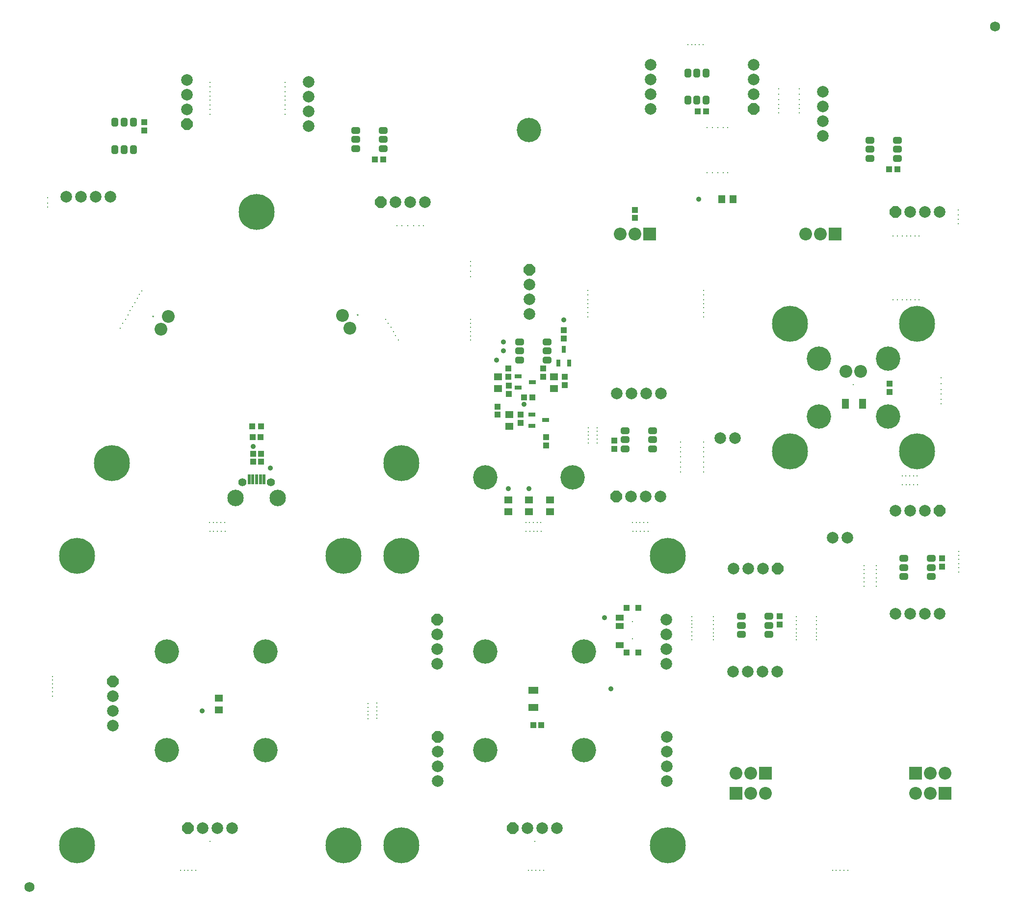
<source format=gts>
G04 Layer_Color=8388736*
%FSLAX44Y44*%
%MOMM*%
G71*
G01*
G75*
%ADD48R,1.4532X1.2032*%
%ADD49R,1.0532X1.0532*%
%ADD50R,1.0532X1.0532*%
%ADD51R,0.6032X1.8032*%
%ADD52R,1.0032X1.0032*%
G04:AMPARAMS|DCode=53|XSize=1.5032mm|YSize=1.2032mm|CornerRadius=0.3516mm|HoleSize=0mm|Usage=FLASHONLY|Rotation=360.000|XOffset=0mm|YOffset=0mm|HoleType=Round|Shape=RoundedRectangle|*
%AMROUNDEDRECTD53*
21,1,1.5032,0.5000,0,0,360.0*
21,1,0.8000,1.2032,0,0,360.0*
1,1,0.7032,0.4000,-0.2500*
1,1,0.7032,-0.4000,-0.2500*
1,1,0.7032,-0.4000,0.2500*
1,1,0.7032,0.4000,0.2500*
%
%ADD53ROUNDEDRECTD53*%
%ADD54R,1.3032X0.8032*%
%ADD55R,0.8032X1.3032*%
%ADD56R,1.2032X1.8032*%
%ADD57R,1.4532X1.1032*%
%ADD58R,1.1032X1.0032*%
%ADD59R,1.8032X1.2032*%
G04:AMPARAMS|DCode=60|XSize=1.5032mm|YSize=1.2032mm|CornerRadius=0.3516mm|HoleSize=0mm|Usage=FLASHONLY|Rotation=270.000|XOffset=0mm|YOffset=0mm|HoleType=Round|Shape=RoundedRectangle|*
%AMROUNDEDRECTD60*
21,1,1.5032,0.5000,0,0,270.0*
21,1,0.8000,1.2032,0,0,270.0*
1,1,0.7032,-0.2500,-0.4000*
1,1,0.7032,-0.2500,0.4000*
1,1,0.7032,0.2500,0.4000*
1,1,0.7032,0.2500,-0.4000*
%
%ADD60ROUNDEDRECTD60*%
%ADD61R,1.2032X1.4532*%
%ADD62C,0.2032*%
%ADD63C,1.7272*%
%ADD64C,4.2032*%
%ADD65P,2.1683X8X292.5*%
%ADD66C,2.0032*%
%ADD67P,2.1683X8X22.5*%
G04:AMPARAMS|DCode=68|XSize=0.2032mm|YSize=0.2032mm|CornerRadius=0mm|HoleSize=0mm|Usage=FLASHONLY|Rotation=0.000|XOffset=0mm|YOffset=0mm|HoleType=Round|Shape=RoundedRectangle|*
%AMROUNDEDRECTD68*
21,1,0.2032,0.2032,0,0,0.0*
21,1,0.2032,0.2032,0,0,0.0*
1,1,0.0000,0.1016,-0.1016*
1,1,0.0000,-0.1016,-0.1016*
1,1,0.0000,-0.1016,0.1016*
1,1,0.0000,0.1016,0.1016*
%
%ADD68ROUNDEDRECTD68*%
%ADD69C,6.2032*%
%ADD70C,0.9032*%
%ADD71C,2.2032*%
G04:AMPARAMS|DCode=72|XSize=0.2032mm|YSize=0.2032mm|CornerRadius=0mm|HoleSize=0mm|Usage=FLASHONLY|Rotation=240.000|XOffset=0mm|YOffset=0mm|HoleType=Round|Shape=RoundedRectangle|*
%AMROUNDEDRECTD72*
21,1,0.2032,0.2032,0,0,240.0*
21,1,0.2032,0.2032,0,0,240.0*
1,1,0.0000,-0.1388,-0.0372*
1,1,0.0000,-0.0372,0.1388*
1,1,0.0000,0.1388,0.0372*
1,1,0.0000,0.0372,-0.1388*
%
%ADD72ROUNDEDRECTD72*%
G04:AMPARAMS|DCode=73|XSize=0.2032mm|YSize=0.2032mm|CornerRadius=0mm|HoleSize=0mm|Usage=FLASHONLY|Rotation=120.000|XOffset=0mm|YOffset=0mm|HoleType=Round|Shape=RoundedRectangle|*
%AMROUNDEDRECTD73*
21,1,0.2032,0.2032,0,0,120.0*
21,1,0.2032,0.2032,0,0,120.0*
1,1,0.0000,0.0372,0.1388*
1,1,0.0000,0.1388,-0.0372*
1,1,0.0000,-0.0372,-0.1388*
1,1,0.0000,-0.1388,0.0372*
%
%ADD73ROUNDEDRECTD73*%
%ADD74C,1.4032*%
%ADD75C,2.8432*%
%ADD76R,2.2032X2.2032*%
%ADD77P,2.1683X8X382.5*%
D48*
X335050Y324360D02*
D03*
Y344360D02*
D03*
X906000Y686000D02*
D03*
Y666000D02*
D03*
X870000Y686000D02*
D03*
Y666000D02*
D03*
X834000Y686000D02*
D03*
Y666000D02*
D03*
X836000Y813500D02*
D03*
Y833500D02*
D03*
X912750Y878750D02*
D03*
Y898750D02*
D03*
X816250Y879000D02*
D03*
Y899000D02*
D03*
D49*
X393000Y795013D02*
D03*
X407000D02*
D03*
X861500Y863250D02*
D03*
X875500D02*
D03*
X877250Y298000D02*
D03*
X891250D02*
D03*
X1161500Y1357000D02*
D03*
X1175500D02*
D03*
X604250Y1273988D02*
D03*
X618250D02*
D03*
X1491803Y1256977D02*
D03*
X1505802D02*
D03*
D50*
X408000Y752013D02*
D03*
Y766013D02*
D03*
X394000D02*
D03*
Y752013D02*
D03*
X899250Y780500D02*
D03*
Y794500D02*
D03*
X815750Y847500D02*
D03*
Y833500D02*
D03*
X930250Y979000D02*
D03*
Y965000D02*
D03*
X894500Y913250D02*
D03*
Y899250D02*
D03*
X834750Y913250D02*
D03*
Y899250D02*
D03*
X856000Y833500D02*
D03*
Y819500D02*
D03*
X931500Y898750D02*
D03*
Y884750D02*
D03*
X835000Y883500D02*
D03*
Y869500D02*
D03*
X1492600Y887000D02*
D03*
Y873000D02*
D03*
X1583000Y571500D02*
D03*
Y585500D02*
D03*
X1303000Y471500D02*
D03*
Y485500D02*
D03*
X1017000Y788500D02*
D03*
Y774500D02*
D03*
X206012Y1324250D02*
D03*
Y1338250D02*
D03*
X1052542Y1173010D02*
D03*
Y1187010D02*
D03*
D51*
X413000Y722013D02*
D03*
X406500D02*
D03*
X400000D02*
D03*
X393500D02*
D03*
X387000D02*
D03*
D52*
X407500Y813013D02*
D03*
X392500D02*
D03*
D53*
X854000Y959250D02*
D03*
Y943500D02*
D03*
Y927750D02*
D03*
X901000D02*
D03*
Y943500D02*
D03*
Y959250D02*
D03*
X1517000Y585500D02*
D03*
Y569750D02*
D03*
Y554000D02*
D03*
X1564000D02*
D03*
Y569750D02*
D03*
Y585500D02*
D03*
X1237000Y485500D02*
D03*
Y469750D02*
D03*
Y454000D02*
D03*
X1284000D02*
D03*
Y469750D02*
D03*
Y485500D02*
D03*
X1083000Y774500D02*
D03*
Y790250D02*
D03*
Y806000D02*
D03*
X1036000D02*
D03*
Y790250D02*
D03*
Y774500D02*
D03*
X571250Y1324238D02*
D03*
Y1308488D02*
D03*
Y1292738D02*
D03*
X618250D02*
D03*
Y1308488D02*
D03*
Y1324238D02*
D03*
X1458802Y1307227D02*
D03*
Y1291477D02*
D03*
Y1275727D02*
D03*
X1505802D02*
D03*
Y1291477D02*
D03*
Y1307227D02*
D03*
D54*
X875000Y833500D02*
D03*
Y814500D02*
D03*
X899000Y824000D02*
D03*
X851500Y899500D02*
D03*
Y880500D02*
D03*
X875500Y890000D02*
D03*
D55*
X920750Y922250D02*
D03*
X939750D02*
D03*
X930250Y946250D02*
D03*
D56*
X1446000Y852000D02*
D03*
X1416000D02*
D03*
D57*
X1027000Y435500D02*
D03*
Y468500D02*
D03*
Y483500D02*
D03*
D58*
X1058750Y500000D02*
D03*
X1038750D02*
D03*
X1058750Y423000D02*
D03*
X1038750D02*
D03*
D59*
X877250Y328000D02*
D03*
Y358000D02*
D03*
D60*
X1175500Y1423000D02*
D03*
X1159750D02*
D03*
X1144000D02*
D03*
Y1376000D02*
D03*
X1159750D02*
D03*
X1175500D02*
D03*
X155762Y1291250D02*
D03*
X171512D02*
D03*
X187262D02*
D03*
Y1338250D02*
D03*
X171512D02*
D03*
X155762D02*
D03*
D61*
X1202542Y1205010D02*
D03*
X1222542D02*
D03*
D62*
X295000Y47500D02*
D03*
X288500D02*
D03*
X275250D02*
D03*
X281750D02*
D03*
X269000D02*
D03*
X895000D02*
D03*
X888500D02*
D03*
X875250D02*
D03*
X881750D02*
D03*
X869000D02*
D03*
X592500Y335000D02*
D03*
Y328500D02*
D03*
Y315250D02*
D03*
Y321750D02*
D03*
Y309000D02*
D03*
X607750Y309500D02*
D03*
Y322250D02*
D03*
Y315750D02*
D03*
Y329000D02*
D03*
Y335500D02*
D03*
X865000Y632500D02*
D03*
X871500D02*
D03*
X884750D02*
D03*
X878250D02*
D03*
X891000D02*
D03*
X890500Y647750D02*
D03*
X877750D02*
D03*
X884250D02*
D03*
X871000D02*
D03*
X864500D02*
D03*
X987500Y785000D02*
D03*
Y791500D02*
D03*
Y804750D02*
D03*
Y798250D02*
D03*
Y811000D02*
D03*
X972250Y810500D02*
D03*
Y797750D02*
D03*
Y804250D02*
D03*
Y791000D02*
D03*
Y784500D02*
D03*
X1075000Y647500D02*
D03*
X1068500D02*
D03*
X1055250D02*
D03*
X1061750D02*
D03*
X1049000D02*
D03*
X1049500Y632250D02*
D03*
X1062250D02*
D03*
X1055750D02*
D03*
X1069000D02*
D03*
X1075500D02*
D03*
X345000Y647500D02*
D03*
X338500D02*
D03*
X325250D02*
D03*
X331750D02*
D03*
X319000D02*
D03*
X319500Y632250D02*
D03*
X332250D02*
D03*
X325750D02*
D03*
X339000D02*
D03*
X345500D02*
D03*
X47750Y355250D02*
D03*
Y368750D02*
D03*
Y362250D02*
D03*
Y375500D02*
D03*
Y382000D02*
D03*
Y348000D02*
D03*
X1394000Y47500D02*
D03*
X1406750D02*
D03*
X1400250D02*
D03*
X1413500D02*
D03*
X1420000D02*
D03*
X1540500Y712250D02*
D03*
X1534000D02*
D03*
X1520750D02*
D03*
X1527250D02*
D03*
X1514500D02*
D03*
X1514000Y727500D02*
D03*
X1526750D02*
D03*
X1520250D02*
D03*
X1533500D02*
D03*
X1540000D02*
D03*
X1170500Y1472250D02*
D03*
X1164000D02*
D03*
X1150750D02*
D03*
X1157250D02*
D03*
X1144500D02*
D03*
X202000Y1047000D02*
D03*
X198000Y1041000D02*
D03*
X194000Y1034000D02*
D03*
X190000Y1027000D02*
D03*
X186000Y1020000D02*
D03*
X182000Y1013000D02*
D03*
X178000Y1006000D02*
D03*
X174000Y998000D02*
D03*
X169000Y991000D02*
D03*
X165000Y983000D02*
D03*
X1366000Y485000D02*
D03*
Y478000D02*
D03*
Y471000D02*
D03*
Y464000D02*
D03*
Y457000D02*
D03*
Y451000D02*
D03*
Y445000D02*
D03*
X1331501Y445000D02*
D03*
Y451000D02*
D03*
Y457000D02*
D03*
Y464000D02*
D03*
Y471000D02*
D03*
Y478000D02*
D03*
Y485000D02*
D03*
X1448000Y573000D02*
D03*
Y566000D02*
D03*
Y559000D02*
D03*
Y552000D02*
D03*
Y545000D02*
D03*
Y537000D02*
D03*
X1469561D02*
D03*
Y545000D02*
D03*
Y552000D02*
D03*
Y559000D02*
D03*
Y566000D02*
D03*
Y573000D02*
D03*
X1612000Y562000D02*
D03*
X1611636Y569687D02*
D03*
Y576687D02*
D03*
Y583687D02*
D03*
Y590687D02*
D03*
Y597687D02*
D03*
X623000Y998000D02*
D03*
X627000Y991000D02*
D03*
X632000Y984000D02*
D03*
X636000Y977000D02*
D03*
X640000Y970000D02*
D03*
X645000Y962000D02*
D03*
X769000Y998000D02*
D03*
Y991000D02*
D03*
Y984000D02*
D03*
Y977000D02*
D03*
Y962000D02*
D03*
Y969000D02*
D03*
Y1098000D02*
D03*
Y1090000D02*
D03*
Y1072000D02*
D03*
Y1081000D02*
D03*
X642000Y1160000D02*
D03*
X651000D02*
D03*
X661000D02*
D03*
X671000D02*
D03*
X688000D02*
D03*
X680000D02*
D03*
X449000Y1407000D02*
D03*
Y1399000D02*
D03*
Y1391000D02*
D03*
Y1383000D02*
D03*
Y1376000D02*
D03*
Y1368000D02*
D03*
Y1360000D02*
D03*
Y1352000D02*
D03*
X320000D02*
D03*
Y1360000D02*
D03*
Y1368000D02*
D03*
Y1376000D02*
D03*
Y1383000D02*
D03*
Y1391000D02*
D03*
Y1399000D02*
D03*
Y1407000D02*
D03*
X39000Y1208000D02*
D03*
Y1192000D02*
D03*
Y1199000D02*
D03*
X1188499Y445000D02*
D03*
Y451000D02*
D03*
Y457000D02*
D03*
Y464000D02*
D03*
Y471000D02*
D03*
Y478000D02*
D03*
Y485000D02*
D03*
X1151000D02*
D03*
Y478000D02*
D03*
Y472000D02*
D03*
Y466000D02*
D03*
Y459000D02*
D03*
Y452000D02*
D03*
Y445000D02*
D03*
X1171000Y786000D02*
D03*
Y777000D02*
D03*
Y769000D02*
D03*
Y761000D02*
D03*
Y752000D02*
D03*
Y743000D02*
D03*
Y735000D02*
D03*
X1131443D02*
D03*
Y743000D02*
D03*
Y752000D02*
D03*
Y761000D02*
D03*
Y769000D02*
D03*
Y777000D02*
D03*
Y786000D02*
D03*
X1171000Y1048000D02*
D03*
Y1040000D02*
D03*
Y1032000D02*
D03*
Y1025000D02*
D03*
Y1018000D02*
D03*
Y1010000D02*
D03*
Y1002000D02*
D03*
X971559D02*
D03*
Y1010000D02*
D03*
Y1018000D02*
D03*
Y1025000D02*
D03*
Y1032000D02*
D03*
Y1040000D02*
D03*
Y1048000D02*
D03*
X1177000Y1251000D02*
D03*
X1213000D02*
D03*
X1205000D02*
D03*
X1187000D02*
D03*
X1196000D02*
D03*
Y1329000D02*
D03*
X1187000D02*
D03*
X1205000D02*
D03*
X1213000D02*
D03*
X1177000D02*
D03*
X1301000Y1396000D02*
D03*
Y1387000D02*
D03*
Y1377000D02*
D03*
Y1369000D02*
D03*
Y1362000D02*
D03*
Y1354000D02*
D03*
X1336552D02*
D03*
Y1362000D02*
D03*
Y1369000D02*
D03*
Y1377000D02*
D03*
Y1387000D02*
D03*
Y1396000D02*
D03*
X1498000Y1142000D02*
D03*
X1506000D02*
D03*
X1514000D02*
D03*
X1522000D02*
D03*
X1543000D02*
D03*
X1536000D02*
D03*
X1529000D02*
D03*
Y1031989D02*
D03*
X1536000D02*
D03*
X1543000D02*
D03*
X1522000D02*
D03*
X1514000D02*
D03*
X1506000D02*
D03*
X1498000D02*
D03*
X1611000Y1187000D02*
D03*
Y1178000D02*
D03*
Y1171000D02*
D03*
Y1163000D02*
D03*
X1581000Y897000D02*
D03*
Y887000D02*
D03*
Y877000D02*
D03*
Y869000D02*
D03*
Y860000D02*
D03*
Y852000D02*
D03*
X1048750Y476500D02*
D03*
Y446500D02*
D03*
D63*
X1674000Y1503000D02*
D03*
X8000Y18000D02*
D03*
D64*
X415000Y255000D02*
D03*
Y425000D02*
D03*
X245000D02*
D03*
Y255000D02*
D03*
X795000Y725000D02*
D03*
X945000D02*
D03*
X870000Y1325000D02*
D03*
X1490000Y930000D02*
D03*
X1370000D02*
D03*
Y830000D02*
D03*
X1490000D02*
D03*
X965000Y425000D02*
D03*
X795000D02*
D03*
Y255000D02*
D03*
X965000D02*
D03*
D65*
X152000Y373350D02*
D03*
X871250Y1083150D02*
D03*
X712000Y479850D02*
D03*
X712500Y277150D02*
D03*
X1257750Y1361100D02*
D03*
X280012Y1334600D02*
D03*
D66*
X152000Y347950D02*
D03*
Y322550D02*
D03*
Y297150D02*
D03*
X358100Y120000D02*
D03*
X332700D02*
D03*
X307300D02*
D03*
X871250Y1057750D02*
D03*
Y1032350D02*
D03*
Y1006950D02*
D03*
X1394458Y620990D02*
D03*
X1419858D02*
D03*
X1107250Y480050D02*
D03*
Y403850D02*
D03*
Y429250D02*
D03*
Y454650D02*
D03*
X918100Y120000D02*
D03*
X892700D02*
D03*
X867300D02*
D03*
X712000Y403650D02*
D03*
Y429050D02*
D03*
Y454450D02*
D03*
X1108000Y277400D02*
D03*
Y201200D02*
D03*
Y226600D02*
D03*
Y252000D02*
D03*
X712500Y200950D02*
D03*
Y226350D02*
D03*
Y251750D02*
D03*
X1553500Y667750D02*
D03*
X1528100D02*
D03*
X1502700D02*
D03*
X1578600Y490000D02*
D03*
X1502400D02*
D03*
X1527800D02*
D03*
X1553200D02*
D03*
X1273500Y567750D02*
D03*
X1248100D02*
D03*
X1222700D02*
D03*
X1298600Y390000D02*
D03*
X1222400D02*
D03*
X1247800D02*
D03*
X1273200D02*
D03*
X1046500Y692250D02*
D03*
X1071900D02*
D03*
X1097300D02*
D03*
X1021400Y870000D02*
D03*
X1097600D02*
D03*
X1072200D02*
D03*
X1046800D02*
D03*
X1257750Y1386500D02*
D03*
Y1411900D02*
D03*
Y1437300D02*
D03*
X1080000Y1361400D02*
D03*
Y1437600D02*
D03*
Y1412200D02*
D03*
Y1386800D02*
D03*
X280012Y1360000D02*
D03*
Y1385400D02*
D03*
Y1410800D02*
D03*
X148112Y1210000D02*
D03*
X71912D02*
D03*
X97312D02*
D03*
X122712D02*
D03*
X640000Y1199988D02*
D03*
X665400D02*
D03*
X690800D02*
D03*
X490000Y1331888D02*
D03*
Y1408088D02*
D03*
Y1382688D02*
D03*
Y1357288D02*
D03*
X1527552Y1182977D02*
D03*
X1552953D02*
D03*
X1578353D02*
D03*
X1377552Y1314877D02*
D03*
Y1391077D02*
D03*
Y1365677D02*
D03*
Y1340277D02*
D03*
X1199842Y793010D02*
D03*
X1225242D02*
D03*
D67*
X281900Y120000D02*
D03*
X841900Y120000D02*
D03*
X1578900Y667750D02*
D03*
X1298900Y567750D02*
D03*
D68*
X320000Y97200D02*
D03*
X1430000Y885000D02*
D03*
X880000Y97200D02*
D03*
D69*
X550000Y590000D02*
D03*
X90000D02*
D03*
Y90000D02*
D03*
X550000D02*
D03*
X400000Y1183013D02*
D03*
X150000Y750003D02*
D03*
X650000D02*
D03*
X1320000Y990000D02*
D03*
X1540000D02*
D03*
Y770000D02*
D03*
X1320000D02*
D03*
X1110000Y590000D02*
D03*
X650000D02*
D03*
Y90000D02*
D03*
X1110000D02*
D03*
D70*
X306500Y322500D02*
D03*
X424000Y741013D02*
D03*
X394250Y779013D02*
D03*
X814250Y927750D02*
D03*
X826000Y959250D02*
D03*
Y943500D02*
D03*
X834000Y705750D02*
D03*
X861500Y851750D02*
D03*
X930250Y997250D02*
D03*
X870000Y705750D02*
D03*
X1011750Y360250D02*
D03*
X1000250Y483500D02*
D03*
X1162542Y1205010D02*
D03*
D71*
X247350Y1003011D02*
D03*
X234650Y981014D02*
D03*
X561350Y983014D02*
D03*
X548650Y1005011D02*
D03*
X1562458Y214990D02*
D03*
X1587858D02*
D03*
X1252458D02*
D03*
X1227058D02*
D03*
X1562458Y179990D02*
D03*
X1537058D02*
D03*
X1252458D02*
D03*
X1277858D02*
D03*
X1417300Y907800D02*
D03*
X1442700D02*
D03*
X1027142Y1145010D02*
D03*
X1052542D02*
D03*
X1347142D02*
D03*
X1372542D02*
D03*
D72*
X221255Y1003413D02*
D03*
D73*
X574745Y1005413D02*
D03*
D74*
X375750Y716813D02*
D03*
X424250D02*
D03*
D75*
X363750Y690013D02*
D03*
X436250D02*
D03*
D76*
X1537058Y214990D02*
D03*
X1277858D02*
D03*
X1587858Y179990D02*
D03*
X1227058D02*
D03*
X1077942Y1145010D02*
D03*
X1397942D02*
D03*
D77*
X1021100Y692250D02*
D03*
X614600Y1199988D02*
D03*
X1502153Y1182977D02*
D03*
M02*

</source>
